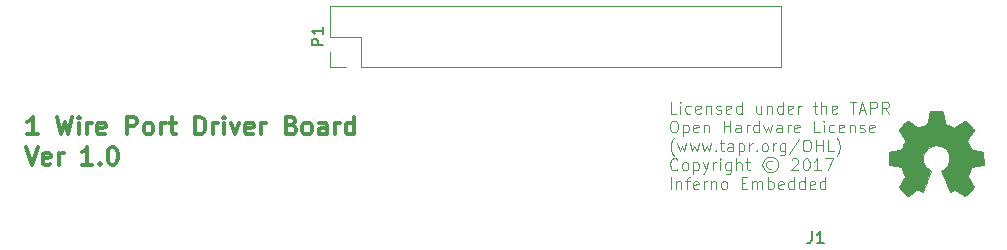
<source format=gto>
G04 #@! TF.FileFunction,Legend,Top*
%FSLAX46Y46*%
G04 Gerber Fmt 4.6, Leading zero omitted, Abs format (unit mm)*
G04 Created by KiCad (PCBNEW 4.0.6) date 06/24/17 11:43:18*
%MOMM*%
%LPD*%
G01*
G04 APERTURE LIST*
%ADD10C,0.100000*%
%ADD11C,0.300000*%
%ADD12C,0.002540*%
%ADD13C,0.120000*%
%ADD14C,0.150000*%
G04 APERTURE END LIST*
D10*
X185486586Y-87777981D02*
X185010395Y-87777981D01*
X185010395Y-86777981D01*
X185819919Y-87777981D02*
X185819919Y-87111314D01*
X185819919Y-86777981D02*
X185772300Y-86825600D01*
X185819919Y-86873219D01*
X185867538Y-86825600D01*
X185819919Y-86777981D01*
X185819919Y-86873219D01*
X186724681Y-87730362D02*
X186629443Y-87777981D01*
X186438966Y-87777981D01*
X186343728Y-87730362D01*
X186296109Y-87682743D01*
X186248490Y-87587505D01*
X186248490Y-87301790D01*
X186296109Y-87206552D01*
X186343728Y-87158933D01*
X186438966Y-87111314D01*
X186629443Y-87111314D01*
X186724681Y-87158933D01*
X187534205Y-87730362D02*
X187438967Y-87777981D01*
X187248490Y-87777981D01*
X187153252Y-87730362D01*
X187105633Y-87635124D01*
X187105633Y-87254171D01*
X187153252Y-87158933D01*
X187248490Y-87111314D01*
X187438967Y-87111314D01*
X187534205Y-87158933D01*
X187581824Y-87254171D01*
X187581824Y-87349410D01*
X187105633Y-87444648D01*
X188010395Y-87111314D02*
X188010395Y-87777981D01*
X188010395Y-87206552D02*
X188058014Y-87158933D01*
X188153252Y-87111314D01*
X188296110Y-87111314D01*
X188391348Y-87158933D01*
X188438967Y-87254171D01*
X188438967Y-87777981D01*
X188867538Y-87730362D02*
X188962776Y-87777981D01*
X189153252Y-87777981D01*
X189248491Y-87730362D01*
X189296110Y-87635124D01*
X189296110Y-87587505D01*
X189248491Y-87492267D01*
X189153252Y-87444648D01*
X189010395Y-87444648D01*
X188915157Y-87397029D01*
X188867538Y-87301790D01*
X188867538Y-87254171D01*
X188915157Y-87158933D01*
X189010395Y-87111314D01*
X189153252Y-87111314D01*
X189248491Y-87158933D01*
X190105634Y-87730362D02*
X190010396Y-87777981D01*
X189819919Y-87777981D01*
X189724681Y-87730362D01*
X189677062Y-87635124D01*
X189677062Y-87254171D01*
X189724681Y-87158933D01*
X189819919Y-87111314D01*
X190010396Y-87111314D01*
X190105634Y-87158933D01*
X190153253Y-87254171D01*
X190153253Y-87349410D01*
X189677062Y-87444648D01*
X191010396Y-87777981D02*
X191010396Y-86777981D01*
X191010396Y-87730362D02*
X190915158Y-87777981D01*
X190724681Y-87777981D01*
X190629443Y-87730362D01*
X190581824Y-87682743D01*
X190534205Y-87587505D01*
X190534205Y-87301790D01*
X190581824Y-87206552D01*
X190629443Y-87158933D01*
X190724681Y-87111314D01*
X190915158Y-87111314D01*
X191010396Y-87158933D01*
X192677063Y-87111314D02*
X192677063Y-87777981D01*
X192248491Y-87111314D02*
X192248491Y-87635124D01*
X192296110Y-87730362D01*
X192391348Y-87777981D01*
X192534206Y-87777981D01*
X192629444Y-87730362D01*
X192677063Y-87682743D01*
X193153253Y-87111314D02*
X193153253Y-87777981D01*
X193153253Y-87206552D02*
X193200872Y-87158933D01*
X193296110Y-87111314D01*
X193438968Y-87111314D01*
X193534206Y-87158933D01*
X193581825Y-87254171D01*
X193581825Y-87777981D01*
X194486587Y-87777981D02*
X194486587Y-86777981D01*
X194486587Y-87730362D02*
X194391349Y-87777981D01*
X194200872Y-87777981D01*
X194105634Y-87730362D01*
X194058015Y-87682743D01*
X194010396Y-87587505D01*
X194010396Y-87301790D01*
X194058015Y-87206552D01*
X194105634Y-87158933D01*
X194200872Y-87111314D01*
X194391349Y-87111314D01*
X194486587Y-87158933D01*
X195343730Y-87730362D02*
X195248492Y-87777981D01*
X195058015Y-87777981D01*
X194962777Y-87730362D01*
X194915158Y-87635124D01*
X194915158Y-87254171D01*
X194962777Y-87158933D01*
X195058015Y-87111314D01*
X195248492Y-87111314D01*
X195343730Y-87158933D01*
X195391349Y-87254171D01*
X195391349Y-87349410D01*
X194915158Y-87444648D01*
X195819920Y-87777981D02*
X195819920Y-87111314D01*
X195819920Y-87301790D02*
X195867539Y-87206552D01*
X195915158Y-87158933D01*
X196010396Y-87111314D01*
X196105635Y-87111314D01*
X197058016Y-87111314D02*
X197438968Y-87111314D01*
X197200873Y-86777981D02*
X197200873Y-87635124D01*
X197248492Y-87730362D01*
X197343730Y-87777981D01*
X197438968Y-87777981D01*
X197772302Y-87777981D02*
X197772302Y-86777981D01*
X198200874Y-87777981D02*
X198200874Y-87254171D01*
X198153255Y-87158933D01*
X198058017Y-87111314D01*
X197915159Y-87111314D01*
X197819921Y-87158933D01*
X197772302Y-87206552D01*
X199058017Y-87730362D02*
X198962779Y-87777981D01*
X198772302Y-87777981D01*
X198677064Y-87730362D01*
X198629445Y-87635124D01*
X198629445Y-87254171D01*
X198677064Y-87158933D01*
X198772302Y-87111314D01*
X198962779Y-87111314D01*
X199058017Y-87158933D01*
X199105636Y-87254171D01*
X199105636Y-87349410D01*
X198629445Y-87444648D01*
X200153255Y-86777981D02*
X200724684Y-86777981D01*
X200438969Y-87777981D02*
X200438969Y-86777981D01*
X201010398Y-87492267D02*
X201486589Y-87492267D01*
X200915160Y-87777981D02*
X201248493Y-86777981D01*
X201581827Y-87777981D01*
X201915160Y-87777981D02*
X201915160Y-86777981D01*
X202296113Y-86777981D01*
X202391351Y-86825600D01*
X202438970Y-86873219D01*
X202486589Y-86968457D01*
X202486589Y-87111314D01*
X202438970Y-87206552D01*
X202391351Y-87254171D01*
X202296113Y-87301790D01*
X201915160Y-87301790D01*
X203486589Y-87777981D02*
X203153255Y-87301790D01*
X202915160Y-87777981D02*
X202915160Y-86777981D01*
X203296113Y-86777981D01*
X203391351Y-86825600D01*
X203438970Y-86873219D01*
X203486589Y-86968457D01*
X203486589Y-87111314D01*
X203438970Y-87206552D01*
X203391351Y-87254171D01*
X203296113Y-87301790D01*
X202915160Y-87301790D01*
X185200871Y-88377981D02*
X185391348Y-88377981D01*
X185486586Y-88425600D01*
X185581824Y-88520838D01*
X185629443Y-88711314D01*
X185629443Y-89044648D01*
X185581824Y-89235124D01*
X185486586Y-89330362D01*
X185391348Y-89377981D01*
X185200871Y-89377981D01*
X185105633Y-89330362D01*
X185010395Y-89235124D01*
X184962776Y-89044648D01*
X184962776Y-88711314D01*
X185010395Y-88520838D01*
X185105633Y-88425600D01*
X185200871Y-88377981D01*
X186058014Y-88711314D02*
X186058014Y-89711314D01*
X186058014Y-88758933D02*
X186153252Y-88711314D01*
X186343729Y-88711314D01*
X186438967Y-88758933D01*
X186486586Y-88806552D01*
X186534205Y-88901790D01*
X186534205Y-89187505D01*
X186486586Y-89282743D01*
X186438967Y-89330362D01*
X186343729Y-89377981D01*
X186153252Y-89377981D01*
X186058014Y-89330362D01*
X187343729Y-89330362D02*
X187248491Y-89377981D01*
X187058014Y-89377981D01*
X186962776Y-89330362D01*
X186915157Y-89235124D01*
X186915157Y-88854171D01*
X186962776Y-88758933D01*
X187058014Y-88711314D01*
X187248491Y-88711314D01*
X187343729Y-88758933D01*
X187391348Y-88854171D01*
X187391348Y-88949410D01*
X186915157Y-89044648D01*
X187819919Y-88711314D02*
X187819919Y-89377981D01*
X187819919Y-88806552D02*
X187867538Y-88758933D01*
X187962776Y-88711314D01*
X188105634Y-88711314D01*
X188200872Y-88758933D01*
X188248491Y-88854171D01*
X188248491Y-89377981D01*
X189486586Y-89377981D02*
X189486586Y-88377981D01*
X189486586Y-88854171D02*
X190058015Y-88854171D01*
X190058015Y-89377981D02*
X190058015Y-88377981D01*
X190962777Y-89377981D02*
X190962777Y-88854171D01*
X190915158Y-88758933D01*
X190819920Y-88711314D01*
X190629443Y-88711314D01*
X190534205Y-88758933D01*
X190962777Y-89330362D02*
X190867539Y-89377981D01*
X190629443Y-89377981D01*
X190534205Y-89330362D01*
X190486586Y-89235124D01*
X190486586Y-89139886D01*
X190534205Y-89044648D01*
X190629443Y-88997029D01*
X190867539Y-88997029D01*
X190962777Y-88949410D01*
X191438967Y-89377981D02*
X191438967Y-88711314D01*
X191438967Y-88901790D02*
X191486586Y-88806552D01*
X191534205Y-88758933D01*
X191629443Y-88711314D01*
X191724682Y-88711314D01*
X192486587Y-89377981D02*
X192486587Y-88377981D01*
X192486587Y-89330362D02*
X192391349Y-89377981D01*
X192200872Y-89377981D01*
X192105634Y-89330362D01*
X192058015Y-89282743D01*
X192010396Y-89187505D01*
X192010396Y-88901790D01*
X192058015Y-88806552D01*
X192105634Y-88758933D01*
X192200872Y-88711314D01*
X192391349Y-88711314D01*
X192486587Y-88758933D01*
X192867539Y-88711314D02*
X193058015Y-89377981D01*
X193248492Y-88901790D01*
X193438968Y-89377981D01*
X193629444Y-88711314D01*
X194438968Y-89377981D02*
X194438968Y-88854171D01*
X194391349Y-88758933D01*
X194296111Y-88711314D01*
X194105634Y-88711314D01*
X194010396Y-88758933D01*
X194438968Y-89330362D02*
X194343730Y-89377981D01*
X194105634Y-89377981D01*
X194010396Y-89330362D01*
X193962777Y-89235124D01*
X193962777Y-89139886D01*
X194010396Y-89044648D01*
X194105634Y-88997029D01*
X194343730Y-88997029D01*
X194438968Y-88949410D01*
X194915158Y-89377981D02*
X194915158Y-88711314D01*
X194915158Y-88901790D02*
X194962777Y-88806552D01*
X195010396Y-88758933D01*
X195105634Y-88711314D01*
X195200873Y-88711314D01*
X195915159Y-89330362D02*
X195819921Y-89377981D01*
X195629444Y-89377981D01*
X195534206Y-89330362D01*
X195486587Y-89235124D01*
X195486587Y-88854171D01*
X195534206Y-88758933D01*
X195629444Y-88711314D01*
X195819921Y-88711314D01*
X195915159Y-88758933D01*
X195962778Y-88854171D01*
X195962778Y-88949410D01*
X195486587Y-89044648D01*
X197629445Y-89377981D02*
X197153254Y-89377981D01*
X197153254Y-88377981D01*
X197962778Y-89377981D02*
X197962778Y-88711314D01*
X197962778Y-88377981D02*
X197915159Y-88425600D01*
X197962778Y-88473219D01*
X198010397Y-88425600D01*
X197962778Y-88377981D01*
X197962778Y-88473219D01*
X198867540Y-89330362D02*
X198772302Y-89377981D01*
X198581825Y-89377981D01*
X198486587Y-89330362D01*
X198438968Y-89282743D01*
X198391349Y-89187505D01*
X198391349Y-88901790D01*
X198438968Y-88806552D01*
X198486587Y-88758933D01*
X198581825Y-88711314D01*
X198772302Y-88711314D01*
X198867540Y-88758933D01*
X199677064Y-89330362D02*
X199581826Y-89377981D01*
X199391349Y-89377981D01*
X199296111Y-89330362D01*
X199248492Y-89235124D01*
X199248492Y-88854171D01*
X199296111Y-88758933D01*
X199391349Y-88711314D01*
X199581826Y-88711314D01*
X199677064Y-88758933D01*
X199724683Y-88854171D01*
X199724683Y-88949410D01*
X199248492Y-89044648D01*
X200153254Y-88711314D02*
X200153254Y-89377981D01*
X200153254Y-88806552D02*
X200200873Y-88758933D01*
X200296111Y-88711314D01*
X200438969Y-88711314D01*
X200534207Y-88758933D01*
X200581826Y-88854171D01*
X200581826Y-89377981D01*
X201010397Y-89330362D02*
X201105635Y-89377981D01*
X201296111Y-89377981D01*
X201391350Y-89330362D01*
X201438969Y-89235124D01*
X201438969Y-89187505D01*
X201391350Y-89092267D01*
X201296111Y-89044648D01*
X201153254Y-89044648D01*
X201058016Y-88997029D01*
X201010397Y-88901790D01*
X201010397Y-88854171D01*
X201058016Y-88758933D01*
X201153254Y-88711314D01*
X201296111Y-88711314D01*
X201391350Y-88758933D01*
X202248493Y-89330362D02*
X202153255Y-89377981D01*
X201962778Y-89377981D01*
X201867540Y-89330362D01*
X201819921Y-89235124D01*
X201819921Y-88854171D01*
X201867540Y-88758933D01*
X201962778Y-88711314D01*
X202153255Y-88711314D01*
X202248493Y-88758933D01*
X202296112Y-88854171D01*
X202296112Y-88949410D01*
X201819921Y-89044648D01*
X185296110Y-91358933D02*
X185248490Y-91311314D01*
X185153252Y-91168457D01*
X185105633Y-91073219D01*
X185058014Y-90930362D01*
X185010395Y-90692267D01*
X185010395Y-90501790D01*
X185058014Y-90263695D01*
X185105633Y-90120838D01*
X185153252Y-90025600D01*
X185248490Y-89882743D01*
X185296110Y-89835124D01*
X185581824Y-90311314D02*
X185772300Y-90977981D01*
X185962777Y-90501790D01*
X186153253Y-90977981D01*
X186343729Y-90311314D01*
X186629443Y-90311314D02*
X186819919Y-90977981D01*
X187010396Y-90501790D01*
X187200872Y-90977981D01*
X187391348Y-90311314D01*
X187677062Y-90311314D02*
X187867538Y-90977981D01*
X188058015Y-90501790D01*
X188248491Y-90977981D01*
X188438967Y-90311314D01*
X188819919Y-90882743D02*
X188867538Y-90930362D01*
X188819919Y-90977981D01*
X188772300Y-90930362D01*
X188819919Y-90882743D01*
X188819919Y-90977981D01*
X189153252Y-90311314D02*
X189534204Y-90311314D01*
X189296109Y-89977981D02*
X189296109Y-90835124D01*
X189343728Y-90930362D01*
X189438966Y-90977981D01*
X189534204Y-90977981D01*
X190296110Y-90977981D02*
X190296110Y-90454171D01*
X190248491Y-90358933D01*
X190153253Y-90311314D01*
X189962776Y-90311314D01*
X189867538Y-90358933D01*
X190296110Y-90930362D02*
X190200872Y-90977981D01*
X189962776Y-90977981D01*
X189867538Y-90930362D01*
X189819919Y-90835124D01*
X189819919Y-90739886D01*
X189867538Y-90644648D01*
X189962776Y-90597029D01*
X190200872Y-90597029D01*
X190296110Y-90549410D01*
X190772300Y-90311314D02*
X190772300Y-91311314D01*
X190772300Y-90358933D02*
X190867538Y-90311314D01*
X191058015Y-90311314D01*
X191153253Y-90358933D01*
X191200872Y-90406552D01*
X191248491Y-90501790D01*
X191248491Y-90787505D01*
X191200872Y-90882743D01*
X191153253Y-90930362D01*
X191058015Y-90977981D01*
X190867538Y-90977981D01*
X190772300Y-90930362D01*
X191677062Y-90977981D02*
X191677062Y-90311314D01*
X191677062Y-90501790D02*
X191724681Y-90406552D01*
X191772300Y-90358933D01*
X191867538Y-90311314D01*
X191962777Y-90311314D01*
X192296110Y-90882743D02*
X192343729Y-90930362D01*
X192296110Y-90977981D01*
X192248491Y-90930362D01*
X192296110Y-90882743D01*
X192296110Y-90977981D01*
X192915157Y-90977981D02*
X192819919Y-90930362D01*
X192772300Y-90882743D01*
X192724681Y-90787505D01*
X192724681Y-90501790D01*
X192772300Y-90406552D01*
X192819919Y-90358933D01*
X192915157Y-90311314D01*
X193058015Y-90311314D01*
X193153253Y-90358933D01*
X193200872Y-90406552D01*
X193248491Y-90501790D01*
X193248491Y-90787505D01*
X193200872Y-90882743D01*
X193153253Y-90930362D01*
X193058015Y-90977981D01*
X192915157Y-90977981D01*
X193677062Y-90977981D02*
X193677062Y-90311314D01*
X193677062Y-90501790D02*
X193724681Y-90406552D01*
X193772300Y-90358933D01*
X193867538Y-90311314D01*
X193962777Y-90311314D01*
X194724682Y-90311314D02*
X194724682Y-91120838D01*
X194677063Y-91216076D01*
X194629444Y-91263695D01*
X194534205Y-91311314D01*
X194391348Y-91311314D01*
X194296110Y-91263695D01*
X194724682Y-90930362D02*
X194629444Y-90977981D01*
X194438967Y-90977981D01*
X194343729Y-90930362D01*
X194296110Y-90882743D01*
X194248491Y-90787505D01*
X194248491Y-90501790D01*
X194296110Y-90406552D01*
X194343729Y-90358933D01*
X194438967Y-90311314D01*
X194629444Y-90311314D01*
X194724682Y-90358933D01*
X195915158Y-89930362D02*
X195058015Y-91216076D01*
X196438967Y-89977981D02*
X196629444Y-89977981D01*
X196724682Y-90025600D01*
X196819920Y-90120838D01*
X196867539Y-90311314D01*
X196867539Y-90644648D01*
X196819920Y-90835124D01*
X196724682Y-90930362D01*
X196629444Y-90977981D01*
X196438967Y-90977981D01*
X196343729Y-90930362D01*
X196248491Y-90835124D01*
X196200872Y-90644648D01*
X196200872Y-90311314D01*
X196248491Y-90120838D01*
X196343729Y-90025600D01*
X196438967Y-89977981D01*
X197296110Y-90977981D02*
X197296110Y-89977981D01*
X197296110Y-90454171D02*
X197867539Y-90454171D01*
X197867539Y-90977981D02*
X197867539Y-89977981D01*
X198819920Y-90977981D02*
X198343729Y-90977981D01*
X198343729Y-89977981D01*
X199058015Y-91358933D02*
X199105634Y-91311314D01*
X199200872Y-91168457D01*
X199248491Y-91073219D01*
X199296110Y-90930362D01*
X199343729Y-90692267D01*
X199343729Y-90501790D01*
X199296110Y-90263695D01*
X199248491Y-90120838D01*
X199200872Y-90025600D01*
X199105634Y-89882743D01*
X199058015Y-89835124D01*
X185581824Y-92482743D02*
X185534205Y-92530362D01*
X185391348Y-92577981D01*
X185296110Y-92577981D01*
X185153252Y-92530362D01*
X185058014Y-92435124D01*
X185010395Y-92339886D01*
X184962776Y-92149410D01*
X184962776Y-92006552D01*
X185010395Y-91816076D01*
X185058014Y-91720838D01*
X185153252Y-91625600D01*
X185296110Y-91577981D01*
X185391348Y-91577981D01*
X185534205Y-91625600D01*
X185581824Y-91673219D01*
X186153252Y-92577981D02*
X186058014Y-92530362D01*
X186010395Y-92482743D01*
X185962776Y-92387505D01*
X185962776Y-92101790D01*
X186010395Y-92006552D01*
X186058014Y-91958933D01*
X186153252Y-91911314D01*
X186296110Y-91911314D01*
X186391348Y-91958933D01*
X186438967Y-92006552D01*
X186486586Y-92101790D01*
X186486586Y-92387505D01*
X186438967Y-92482743D01*
X186391348Y-92530362D01*
X186296110Y-92577981D01*
X186153252Y-92577981D01*
X186915157Y-91911314D02*
X186915157Y-92911314D01*
X186915157Y-91958933D02*
X187010395Y-91911314D01*
X187200872Y-91911314D01*
X187296110Y-91958933D01*
X187343729Y-92006552D01*
X187391348Y-92101790D01*
X187391348Y-92387505D01*
X187343729Y-92482743D01*
X187296110Y-92530362D01*
X187200872Y-92577981D01*
X187010395Y-92577981D01*
X186915157Y-92530362D01*
X187724681Y-91911314D02*
X187962776Y-92577981D01*
X188200872Y-91911314D02*
X187962776Y-92577981D01*
X187867538Y-92816076D01*
X187819919Y-92863695D01*
X187724681Y-92911314D01*
X188581824Y-92577981D02*
X188581824Y-91911314D01*
X188581824Y-92101790D02*
X188629443Y-92006552D01*
X188677062Y-91958933D01*
X188772300Y-91911314D01*
X188867539Y-91911314D01*
X189200872Y-92577981D02*
X189200872Y-91911314D01*
X189200872Y-91577981D02*
X189153253Y-91625600D01*
X189200872Y-91673219D01*
X189248491Y-91625600D01*
X189200872Y-91577981D01*
X189200872Y-91673219D01*
X190105634Y-91911314D02*
X190105634Y-92720838D01*
X190058015Y-92816076D01*
X190010396Y-92863695D01*
X189915157Y-92911314D01*
X189772300Y-92911314D01*
X189677062Y-92863695D01*
X190105634Y-92530362D02*
X190010396Y-92577981D01*
X189819919Y-92577981D01*
X189724681Y-92530362D01*
X189677062Y-92482743D01*
X189629443Y-92387505D01*
X189629443Y-92101790D01*
X189677062Y-92006552D01*
X189724681Y-91958933D01*
X189819919Y-91911314D01*
X190010396Y-91911314D01*
X190105634Y-91958933D01*
X190581824Y-92577981D02*
X190581824Y-91577981D01*
X191010396Y-92577981D02*
X191010396Y-92054171D01*
X190962777Y-91958933D01*
X190867539Y-91911314D01*
X190724681Y-91911314D01*
X190629443Y-91958933D01*
X190581824Y-92006552D01*
X191343729Y-91911314D02*
X191724681Y-91911314D01*
X191486586Y-91577981D02*
X191486586Y-92435124D01*
X191534205Y-92530362D01*
X191629443Y-92577981D01*
X191724681Y-92577981D01*
X193629444Y-91816076D02*
X193534206Y-91768457D01*
X193343730Y-91768457D01*
X193248492Y-91816076D01*
X193153254Y-91911314D01*
X193105635Y-92006552D01*
X193105635Y-92197029D01*
X193153254Y-92292267D01*
X193248492Y-92387505D01*
X193343730Y-92435124D01*
X193534206Y-92435124D01*
X193629444Y-92387505D01*
X193438968Y-91435124D02*
X193200873Y-91482743D01*
X192962777Y-91625600D01*
X192819920Y-91863695D01*
X192772301Y-92101790D01*
X192819920Y-92339886D01*
X192962777Y-92577981D01*
X193200873Y-92720838D01*
X193438968Y-92768457D01*
X193677063Y-92720838D01*
X193915158Y-92577981D01*
X194058015Y-92339886D01*
X194105635Y-92101790D01*
X194058015Y-91863695D01*
X193915158Y-91625600D01*
X193677063Y-91482743D01*
X193438968Y-91435124D01*
X195248492Y-91673219D02*
X195296111Y-91625600D01*
X195391349Y-91577981D01*
X195629445Y-91577981D01*
X195724683Y-91625600D01*
X195772302Y-91673219D01*
X195819921Y-91768457D01*
X195819921Y-91863695D01*
X195772302Y-92006552D01*
X195200873Y-92577981D01*
X195819921Y-92577981D01*
X196438968Y-91577981D02*
X196534207Y-91577981D01*
X196629445Y-91625600D01*
X196677064Y-91673219D01*
X196724683Y-91768457D01*
X196772302Y-91958933D01*
X196772302Y-92197029D01*
X196724683Y-92387505D01*
X196677064Y-92482743D01*
X196629445Y-92530362D01*
X196534207Y-92577981D01*
X196438968Y-92577981D01*
X196343730Y-92530362D01*
X196296111Y-92482743D01*
X196248492Y-92387505D01*
X196200873Y-92197029D01*
X196200873Y-91958933D01*
X196248492Y-91768457D01*
X196296111Y-91673219D01*
X196343730Y-91625600D01*
X196438968Y-91577981D01*
X197724683Y-92577981D02*
X197153254Y-92577981D01*
X197438968Y-92577981D02*
X197438968Y-91577981D01*
X197343730Y-91720838D01*
X197248492Y-91816076D01*
X197153254Y-91863695D01*
X198058016Y-91577981D02*
X198724683Y-91577981D01*
X198296111Y-92577981D01*
X185010395Y-94177981D02*
X185010395Y-93177981D01*
X185486585Y-93511314D02*
X185486585Y-94177981D01*
X185486585Y-93606552D02*
X185534204Y-93558933D01*
X185629442Y-93511314D01*
X185772300Y-93511314D01*
X185867538Y-93558933D01*
X185915157Y-93654171D01*
X185915157Y-94177981D01*
X186248490Y-93511314D02*
X186629442Y-93511314D01*
X186391347Y-94177981D02*
X186391347Y-93320838D01*
X186438966Y-93225600D01*
X186534204Y-93177981D01*
X186629442Y-93177981D01*
X187343729Y-94130362D02*
X187248491Y-94177981D01*
X187058014Y-94177981D01*
X186962776Y-94130362D01*
X186915157Y-94035124D01*
X186915157Y-93654171D01*
X186962776Y-93558933D01*
X187058014Y-93511314D01*
X187248491Y-93511314D01*
X187343729Y-93558933D01*
X187391348Y-93654171D01*
X187391348Y-93749410D01*
X186915157Y-93844648D01*
X187819919Y-94177981D02*
X187819919Y-93511314D01*
X187819919Y-93701790D02*
X187867538Y-93606552D01*
X187915157Y-93558933D01*
X188010395Y-93511314D01*
X188105634Y-93511314D01*
X188438967Y-93511314D02*
X188438967Y-94177981D01*
X188438967Y-93606552D02*
X188486586Y-93558933D01*
X188581824Y-93511314D01*
X188724682Y-93511314D01*
X188819920Y-93558933D01*
X188867539Y-93654171D01*
X188867539Y-94177981D01*
X189486586Y-94177981D02*
X189391348Y-94130362D01*
X189343729Y-94082743D01*
X189296110Y-93987505D01*
X189296110Y-93701790D01*
X189343729Y-93606552D01*
X189391348Y-93558933D01*
X189486586Y-93511314D01*
X189629444Y-93511314D01*
X189724682Y-93558933D01*
X189772301Y-93606552D01*
X189819920Y-93701790D01*
X189819920Y-93987505D01*
X189772301Y-94082743D01*
X189724682Y-94130362D01*
X189629444Y-94177981D01*
X189486586Y-94177981D01*
X191010396Y-93654171D02*
X191343730Y-93654171D01*
X191486587Y-94177981D02*
X191010396Y-94177981D01*
X191010396Y-93177981D01*
X191486587Y-93177981D01*
X191915158Y-94177981D02*
X191915158Y-93511314D01*
X191915158Y-93606552D02*
X191962777Y-93558933D01*
X192058015Y-93511314D01*
X192200873Y-93511314D01*
X192296111Y-93558933D01*
X192343730Y-93654171D01*
X192343730Y-94177981D01*
X192343730Y-93654171D02*
X192391349Y-93558933D01*
X192486587Y-93511314D01*
X192629444Y-93511314D01*
X192724682Y-93558933D01*
X192772301Y-93654171D01*
X192772301Y-94177981D01*
X193248491Y-94177981D02*
X193248491Y-93177981D01*
X193248491Y-93558933D02*
X193343729Y-93511314D01*
X193534206Y-93511314D01*
X193629444Y-93558933D01*
X193677063Y-93606552D01*
X193724682Y-93701790D01*
X193724682Y-93987505D01*
X193677063Y-94082743D01*
X193629444Y-94130362D01*
X193534206Y-94177981D01*
X193343729Y-94177981D01*
X193248491Y-94130362D01*
X194534206Y-94130362D02*
X194438968Y-94177981D01*
X194248491Y-94177981D01*
X194153253Y-94130362D01*
X194105634Y-94035124D01*
X194105634Y-93654171D01*
X194153253Y-93558933D01*
X194248491Y-93511314D01*
X194438968Y-93511314D01*
X194534206Y-93558933D01*
X194581825Y-93654171D01*
X194581825Y-93749410D01*
X194105634Y-93844648D01*
X195438968Y-94177981D02*
X195438968Y-93177981D01*
X195438968Y-94130362D02*
X195343730Y-94177981D01*
X195153253Y-94177981D01*
X195058015Y-94130362D01*
X195010396Y-94082743D01*
X194962777Y-93987505D01*
X194962777Y-93701790D01*
X195010396Y-93606552D01*
X195058015Y-93558933D01*
X195153253Y-93511314D01*
X195343730Y-93511314D01*
X195438968Y-93558933D01*
X196343730Y-94177981D02*
X196343730Y-93177981D01*
X196343730Y-94130362D02*
X196248492Y-94177981D01*
X196058015Y-94177981D01*
X195962777Y-94130362D01*
X195915158Y-94082743D01*
X195867539Y-93987505D01*
X195867539Y-93701790D01*
X195915158Y-93606552D01*
X195962777Y-93558933D01*
X196058015Y-93511314D01*
X196248492Y-93511314D01*
X196343730Y-93558933D01*
X197200873Y-94130362D02*
X197105635Y-94177981D01*
X196915158Y-94177981D01*
X196819920Y-94130362D01*
X196772301Y-94035124D01*
X196772301Y-93654171D01*
X196819920Y-93558933D01*
X196915158Y-93511314D01*
X197105635Y-93511314D01*
X197200873Y-93558933D01*
X197248492Y-93654171D01*
X197248492Y-93749410D01*
X196772301Y-93844648D01*
X198105635Y-94177981D02*
X198105635Y-93177981D01*
X198105635Y-94130362D02*
X198010397Y-94177981D01*
X197819920Y-94177981D01*
X197724682Y-94130362D01*
X197677063Y-94082743D01*
X197629444Y-93987505D01*
X197629444Y-93701790D01*
X197677063Y-93606552D01*
X197724682Y-93558933D01*
X197819920Y-93511314D01*
X198010397Y-93511314D01*
X198105635Y-93558933D01*
D11*
X131406757Y-89548171D02*
X130549614Y-89548171D01*
X130978186Y-89548171D02*
X130978186Y-88048171D01*
X130835329Y-88262457D01*
X130692471Y-88405314D01*
X130549614Y-88476743D01*
X133049614Y-88048171D02*
X133406757Y-89548171D01*
X133692471Y-88476743D01*
X133978185Y-89548171D01*
X134335328Y-88048171D01*
X134906757Y-89548171D02*
X134906757Y-88548171D01*
X134906757Y-88048171D02*
X134835328Y-88119600D01*
X134906757Y-88191029D01*
X134978185Y-88119600D01*
X134906757Y-88048171D01*
X134906757Y-88191029D01*
X135621043Y-89548171D02*
X135621043Y-88548171D01*
X135621043Y-88833886D02*
X135692471Y-88691029D01*
X135763900Y-88619600D01*
X135906757Y-88548171D01*
X136049614Y-88548171D01*
X137121042Y-89476743D02*
X136978185Y-89548171D01*
X136692471Y-89548171D01*
X136549614Y-89476743D01*
X136478185Y-89333886D01*
X136478185Y-88762457D01*
X136549614Y-88619600D01*
X136692471Y-88548171D01*
X136978185Y-88548171D01*
X137121042Y-88619600D01*
X137192471Y-88762457D01*
X137192471Y-88905314D01*
X136478185Y-89048171D01*
X138978185Y-89548171D02*
X138978185Y-88048171D01*
X139549613Y-88048171D01*
X139692471Y-88119600D01*
X139763899Y-88191029D01*
X139835328Y-88333886D01*
X139835328Y-88548171D01*
X139763899Y-88691029D01*
X139692471Y-88762457D01*
X139549613Y-88833886D01*
X138978185Y-88833886D01*
X140692471Y-89548171D02*
X140549613Y-89476743D01*
X140478185Y-89405314D01*
X140406756Y-89262457D01*
X140406756Y-88833886D01*
X140478185Y-88691029D01*
X140549613Y-88619600D01*
X140692471Y-88548171D01*
X140906756Y-88548171D01*
X141049613Y-88619600D01*
X141121042Y-88691029D01*
X141192471Y-88833886D01*
X141192471Y-89262457D01*
X141121042Y-89405314D01*
X141049613Y-89476743D01*
X140906756Y-89548171D01*
X140692471Y-89548171D01*
X141835328Y-89548171D02*
X141835328Y-88548171D01*
X141835328Y-88833886D02*
X141906756Y-88691029D01*
X141978185Y-88619600D01*
X142121042Y-88548171D01*
X142263899Y-88548171D01*
X142549613Y-88548171D02*
X143121042Y-88548171D01*
X142763899Y-88048171D02*
X142763899Y-89333886D01*
X142835327Y-89476743D01*
X142978185Y-89548171D01*
X143121042Y-89548171D01*
X144763899Y-89548171D02*
X144763899Y-88048171D01*
X145121042Y-88048171D01*
X145335327Y-88119600D01*
X145478185Y-88262457D01*
X145549613Y-88405314D01*
X145621042Y-88691029D01*
X145621042Y-88905314D01*
X145549613Y-89191029D01*
X145478185Y-89333886D01*
X145335327Y-89476743D01*
X145121042Y-89548171D01*
X144763899Y-89548171D01*
X146263899Y-89548171D02*
X146263899Y-88548171D01*
X146263899Y-88833886D02*
X146335327Y-88691029D01*
X146406756Y-88619600D01*
X146549613Y-88548171D01*
X146692470Y-88548171D01*
X147192470Y-89548171D02*
X147192470Y-88548171D01*
X147192470Y-88048171D02*
X147121041Y-88119600D01*
X147192470Y-88191029D01*
X147263898Y-88119600D01*
X147192470Y-88048171D01*
X147192470Y-88191029D01*
X147763899Y-88548171D02*
X148121042Y-89548171D01*
X148478184Y-88548171D01*
X149621041Y-89476743D02*
X149478184Y-89548171D01*
X149192470Y-89548171D01*
X149049613Y-89476743D01*
X148978184Y-89333886D01*
X148978184Y-88762457D01*
X149049613Y-88619600D01*
X149192470Y-88548171D01*
X149478184Y-88548171D01*
X149621041Y-88619600D01*
X149692470Y-88762457D01*
X149692470Y-88905314D01*
X148978184Y-89048171D01*
X150335327Y-89548171D02*
X150335327Y-88548171D01*
X150335327Y-88833886D02*
X150406755Y-88691029D01*
X150478184Y-88619600D01*
X150621041Y-88548171D01*
X150763898Y-88548171D01*
X152906755Y-88762457D02*
X153121041Y-88833886D01*
X153192469Y-88905314D01*
X153263898Y-89048171D01*
X153263898Y-89262457D01*
X153192469Y-89405314D01*
X153121041Y-89476743D01*
X152978183Y-89548171D01*
X152406755Y-89548171D01*
X152406755Y-88048171D01*
X152906755Y-88048171D01*
X153049612Y-88119600D01*
X153121041Y-88191029D01*
X153192469Y-88333886D01*
X153192469Y-88476743D01*
X153121041Y-88619600D01*
X153049612Y-88691029D01*
X152906755Y-88762457D01*
X152406755Y-88762457D01*
X154121041Y-89548171D02*
X153978183Y-89476743D01*
X153906755Y-89405314D01*
X153835326Y-89262457D01*
X153835326Y-88833886D01*
X153906755Y-88691029D01*
X153978183Y-88619600D01*
X154121041Y-88548171D01*
X154335326Y-88548171D01*
X154478183Y-88619600D01*
X154549612Y-88691029D01*
X154621041Y-88833886D01*
X154621041Y-89262457D01*
X154549612Y-89405314D01*
X154478183Y-89476743D01*
X154335326Y-89548171D01*
X154121041Y-89548171D01*
X155906755Y-89548171D02*
X155906755Y-88762457D01*
X155835326Y-88619600D01*
X155692469Y-88548171D01*
X155406755Y-88548171D01*
X155263898Y-88619600D01*
X155906755Y-89476743D02*
X155763898Y-89548171D01*
X155406755Y-89548171D01*
X155263898Y-89476743D01*
X155192469Y-89333886D01*
X155192469Y-89191029D01*
X155263898Y-89048171D01*
X155406755Y-88976743D01*
X155763898Y-88976743D01*
X155906755Y-88905314D01*
X156621041Y-89548171D02*
X156621041Y-88548171D01*
X156621041Y-88833886D02*
X156692469Y-88691029D01*
X156763898Y-88619600D01*
X156906755Y-88548171D01*
X157049612Y-88548171D01*
X158192469Y-89548171D02*
X158192469Y-88048171D01*
X158192469Y-89476743D02*
X158049612Y-89548171D01*
X157763898Y-89548171D01*
X157621040Y-89476743D01*
X157549612Y-89405314D01*
X157478183Y-89262457D01*
X157478183Y-88833886D01*
X157549612Y-88691029D01*
X157621040Y-88619600D01*
X157763898Y-88548171D01*
X158049612Y-88548171D01*
X158192469Y-88619600D01*
X130406757Y-90598171D02*
X130906757Y-92098171D01*
X131406757Y-90598171D01*
X132478185Y-92026743D02*
X132335328Y-92098171D01*
X132049614Y-92098171D01*
X131906757Y-92026743D01*
X131835328Y-91883886D01*
X131835328Y-91312457D01*
X131906757Y-91169600D01*
X132049614Y-91098171D01*
X132335328Y-91098171D01*
X132478185Y-91169600D01*
X132549614Y-91312457D01*
X132549614Y-91455314D01*
X131835328Y-91598171D01*
X133192471Y-92098171D02*
X133192471Y-91098171D01*
X133192471Y-91383886D02*
X133263899Y-91241029D01*
X133335328Y-91169600D01*
X133478185Y-91098171D01*
X133621042Y-91098171D01*
X136049613Y-92098171D02*
X135192470Y-92098171D01*
X135621042Y-92098171D02*
X135621042Y-90598171D01*
X135478185Y-90812457D01*
X135335327Y-90955314D01*
X135192470Y-91026743D01*
X136692470Y-91955314D02*
X136763898Y-92026743D01*
X136692470Y-92098171D01*
X136621041Y-92026743D01*
X136692470Y-91955314D01*
X136692470Y-92098171D01*
X137692470Y-90598171D02*
X137835327Y-90598171D01*
X137978184Y-90669600D01*
X138049613Y-90741029D01*
X138121042Y-90883886D01*
X138192470Y-91169600D01*
X138192470Y-91526743D01*
X138121042Y-91812457D01*
X138049613Y-91955314D01*
X137978184Y-92026743D01*
X137835327Y-92098171D01*
X137692470Y-92098171D01*
X137549613Y-92026743D01*
X137478184Y-91955314D01*
X137406756Y-91812457D01*
X137335327Y-91526743D01*
X137335327Y-91169600D01*
X137406756Y-90883886D01*
X137478184Y-90741029D01*
X137549613Y-90669600D01*
X137692470Y-90598171D01*
D12*
G36*
X209928460Y-94764860D02*
X209887820Y-94744540D01*
X209793840Y-94686120D01*
X209659220Y-94597220D01*
X209501740Y-94493080D01*
X209344260Y-94383860D01*
X209214720Y-94297500D01*
X209123280Y-94239080D01*
X209085180Y-94218760D01*
X209064860Y-94223840D01*
X208988660Y-94261940D01*
X208879440Y-94317820D01*
X208815940Y-94350840D01*
X208716880Y-94394020D01*
X208666080Y-94404180D01*
X208658460Y-94388940D01*
X208620360Y-94312740D01*
X208564480Y-94180660D01*
X208488280Y-94007940D01*
X208401920Y-93804740D01*
X208307940Y-93586300D01*
X208216500Y-93362780D01*
X208127600Y-93149420D01*
X208048860Y-92958920D01*
X207985360Y-92803980D01*
X207944720Y-92694760D01*
X207929480Y-92649040D01*
X207934560Y-92638880D01*
X207985360Y-92590620D01*
X208071720Y-92524580D01*
X208262220Y-92369640D01*
X208447640Y-92135960D01*
X208561940Y-91871800D01*
X208600040Y-91577160D01*
X208567020Y-91305380D01*
X208460340Y-91043760D01*
X208277460Y-90807540D01*
X208056480Y-90632280D01*
X207797400Y-90520520D01*
X207505300Y-90484960D01*
X207225900Y-90515440D01*
X206959200Y-90622120D01*
X206722980Y-90802460D01*
X206623920Y-90916760D01*
X206486760Y-91155520D01*
X206408020Y-91412060D01*
X206400400Y-91475560D01*
X206410560Y-91757500D01*
X206494380Y-92026740D01*
X206641700Y-92268040D01*
X206847440Y-92463620D01*
X206875380Y-92483940D01*
X206969360Y-92555060D01*
X207032860Y-92603320D01*
X207083660Y-92643960D01*
X206725520Y-93505020D01*
X206669640Y-93642180D01*
X206570580Y-93878400D01*
X206484220Y-94081600D01*
X206415640Y-94241620D01*
X206367380Y-94350840D01*
X206347060Y-94394020D01*
X206344520Y-94396560D01*
X206314040Y-94401640D01*
X206248000Y-94376240D01*
X206128620Y-94317820D01*
X206047340Y-94277180D01*
X205955900Y-94234000D01*
X205915260Y-94218760D01*
X205879700Y-94236540D01*
X205793340Y-94294960D01*
X205663800Y-94378780D01*
X205511400Y-94482920D01*
X205364080Y-94584520D01*
X205229460Y-94673420D01*
X205130400Y-94734380D01*
X205082140Y-94762320D01*
X205074520Y-94762320D01*
X205033880Y-94736920D01*
X204955140Y-94673420D01*
X204838300Y-94561660D01*
X204673200Y-94399100D01*
X204647800Y-94373700D01*
X204510640Y-94234000D01*
X204398880Y-94117160D01*
X204325220Y-94035880D01*
X204299820Y-93997780D01*
X204299820Y-93997780D01*
X204322680Y-93949520D01*
X204386180Y-93853000D01*
X204475080Y-93715840D01*
X204584300Y-93555820D01*
X204868780Y-93141800D01*
X204711300Y-92750640D01*
X204663040Y-92631260D01*
X204602080Y-92486480D01*
X204558900Y-92382340D01*
X204533500Y-92336620D01*
X204492860Y-92321380D01*
X204383640Y-92295980D01*
X204228700Y-92262960D01*
X204045820Y-92229940D01*
X203868020Y-92196920D01*
X203708000Y-92166440D01*
X203593700Y-92143580D01*
X203542900Y-92133420D01*
X203530200Y-92125800D01*
X203520040Y-92100400D01*
X203512420Y-92047060D01*
X203509880Y-91950540D01*
X203507340Y-91798140D01*
X203507340Y-91577160D01*
X203507340Y-91554300D01*
X203509880Y-91343480D01*
X203512420Y-91175840D01*
X203517500Y-91066620D01*
X203525120Y-91023440D01*
X203525120Y-91023440D01*
X203575920Y-91010740D01*
X203687680Y-90987880D01*
X203847700Y-90954860D01*
X204038200Y-90919300D01*
X204048360Y-90916760D01*
X204238860Y-90881200D01*
X204396340Y-90848180D01*
X204508100Y-90822780D01*
X204553820Y-90807540D01*
X204563980Y-90794840D01*
X204602080Y-90721180D01*
X204657960Y-90604340D01*
X204718920Y-90459560D01*
X204782420Y-90312240D01*
X204835760Y-90177620D01*
X204871320Y-90078560D01*
X204881480Y-90032840D01*
X204881480Y-90032840D01*
X204853540Y-89987120D01*
X204787500Y-89888060D01*
X204696060Y-89753440D01*
X204584300Y-89590880D01*
X204576680Y-89578180D01*
X204467460Y-89418160D01*
X204378560Y-89283540D01*
X204320140Y-89187020D01*
X204299820Y-89143840D01*
X204299820Y-89141300D01*
X204335380Y-89093040D01*
X204416660Y-89004140D01*
X204533500Y-88882220D01*
X204673200Y-88739980D01*
X204718920Y-88696800D01*
X204873860Y-88544400D01*
X204980540Y-88445340D01*
X205049120Y-88392000D01*
X205082140Y-88379300D01*
X205082140Y-88381840D01*
X205130400Y-88409780D01*
X205232000Y-88475820D01*
X205369160Y-88569800D01*
X205531720Y-88679020D01*
X205541880Y-88686640D01*
X205701900Y-88795860D01*
X205833980Y-88884760D01*
X205930500Y-88948260D01*
X205971140Y-88973660D01*
X205978760Y-88973660D01*
X206042260Y-88953340D01*
X206156560Y-88915240D01*
X206296260Y-88859360D01*
X206443580Y-88800940D01*
X206578200Y-88745060D01*
X206679800Y-88696800D01*
X206728060Y-88671400D01*
X206728060Y-88668860D01*
X206745840Y-88610440D01*
X206773780Y-88491060D01*
X206806800Y-88325960D01*
X206844900Y-88130380D01*
X206849980Y-88099900D01*
X206885540Y-87909400D01*
X206916020Y-87751920D01*
X206938880Y-87642700D01*
X206951580Y-87596980D01*
X206976980Y-87591900D01*
X207070960Y-87584280D01*
X207213200Y-87581740D01*
X207385920Y-87579200D01*
X207566260Y-87581740D01*
X207741520Y-87584280D01*
X207893920Y-87589360D01*
X208000600Y-87596980D01*
X208046320Y-87607140D01*
X208048860Y-87609680D01*
X208064100Y-87668100D01*
X208089500Y-87787480D01*
X208125060Y-87952580D01*
X208163160Y-88150700D01*
X208168240Y-88183720D01*
X208203800Y-88374220D01*
X208236820Y-88529160D01*
X208259680Y-88638380D01*
X208272380Y-88679020D01*
X208287620Y-88689180D01*
X208366360Y-88722200D01*
X208493360Y-88775540D01*
X208653380Y-88839040D01*
X209019140Y-88988900D01*
X209466180Y-88679020D01*
X209509360Y-88651080D01*
X209669380Y-88541860D01*
X209804000Y-88452960D01*
X209895440Y-88394540D01*
X209933540Y-88371680D01*
X209936080Y-88374220D01*
X209981800Y-88412320D01*
X210070700Y-88496140D01*
X210192620Y-88615520D01*
X210332320Y-88755220D01*
X210436460Y-88859360D01*
X210560920Y-88986360D01*
X210639660Y-89070180D01*
X210682840Y-89126060D01*
X210698080Y-89159080D01*
X210693000Y-89179400D01*
X210665060Y-89225120D01*
X210599020Y-89324180D01*
X210507580Y-89461340D01*
X210398360Y-89618820D01*
X210306920Y-89753440D01*
X210210400Y-89903300D01*
X210146900Y-90009980D01*
X210124040Y-90063320D01*
X210129120Y-90086180D01*
X210162140Y-90172540D01*
X210215480Y-90307160D01*
X210281520Y-90464640D01*
X210439000Y-90820240D01*
X210672680Y-90863420D01*
X210812380Y-90891360D01*
X211010500Y-90929460D01*
X211198460Y-90965020D01*
X211493100Y-91023440D01*
X211503260Y-92105480D01*
X211457540Y-92125800D01*
X211414360Y-92138500D01*
X211305140Y-92161360D01*
X211150200Y-92191840D01*
X210964780Y-92227400D01*
X210809840Y-92257880D01*
X210649820Y-92285820D01*
X210538060Y-92308680D01*
X210487260Y-92318840D01*
X210474560Y-92336620D01*
X210433920Y-92412820D01*
X210378040Y-92534740D01*
X210317080Y-92682060D01*
X210253580Y-92831920D01*
X210197700Y-92971620D01*
X210157060Y-93078300D01*
X210144360Y-93134180D01*
X210164680Y-93177360D01*
X210225640Y-93268800D01*
X210312000Y-93400880D01*
X210418680Y-93558360D01*
X210527900Y-93715840D01*
X210616800Y-93850460D01*
X210680300Y-93946980D01*
X210705700Y-93990160D01*
X210693000Y-94020640D01*
X210632040Y-94096840D01*
X210512660Y-94218760D01*
X210337400Y-94394020D01*
X210306920Y-94421960D01*
X210167220Y-94556580D01*
X210047840Y-94665800D01*
X209966560Y-94739460D01*
X209928460Y-94764860D01*
X209928460Y-94764860D01*
G37*
X209928460Y-94764860D02*
X209887820Y-94744540D01*
X209793840Y-94686120D01*
X209659220Y-94597220D01*
X209501740Y-94493080D01*
X209344260Y-94383860D01*
X209214720Y-94297500D01*
X209123280Y-94239080D01*
X209085180Y-94218760D01*
X209064860Y-94223840D01*
X208988660Y-94261940D01*
X208879440Y-94317820D01*
X208815940Y-94350840D01*
X208716880Y-94394020D01*
X208666080Y-94404180D01*
X208658460Y-94388940D01*
X208620360Y-94312740D01*
X208564480Y-94180660D01*
X208488280Y-94007940D01*
X208401920Y-93804740D01*
X208307940Y-93586300D01*
X208216500Y-93362780D01*
X208127600Y-93149420D01*
X208048860Y-92958920D01*
X207985360Y-92803980D01*
X207944720Y-92694760D01*
X207929480Y-92649040D01*
X207934560Y-92638880D01*
X207985360Y-92590620D01*
X208071720Y-92524580D01*
X208262220Y-92369640D01*
X208447640Y-92135960D01*
X208561940Y-91871800D01*
X208600040Y-91577160D01*
X208567020Y-91305380D01*
X208460340Y-91043760D01*
X208277460Y-90807540D01*
X208056480Y-90632280D01*
X207797400Y-90520520D01*
X207505300Y-90484960D01*
X207225900Y-90515440D01*
X206959200Y-90622120D01*
X206722980Y-90802460D01*
X206623920Y-90916760D01*
X206486760Y-91155520D01*
X206408020Y-91412060D01*
X206400400Y-91475560D01*
X206410560Y-91757500D01*
X206494380Y-92026740D01*
X206641700Y-92268040D01*
X206847440Y-92463620D01*
X206875380Y-92483940D01*
X206969360Y-92555060D01*
X207032860Y-92603320D01*
X207083660Y-92643960D01*
X206725520Y-93505020D01*
X206669640Y-93642180D01*
X206570580Y-93878400D01*
X206484220Y-94081600D01*
X206415640Y-94241620D01*
X206367380Y-94350840D01*
X206347060Y-94394020D01*
X206344520Y-94396560D01*
X206314040Y-94401640D01*
X206248000Y-94376240D01*
X206128620Y-94317820D01*
X206047340Y-94277180D01*
X205955900Y-94234000D01*
X205915260Y-94218760D01*
X205879700Y-94236540D01*
X205793340Y-94294960D01*
X205663800Y-94378780D01*
X205511400Y-94482920D01*
X205364080Y-94584520D01*
X205229460Y-94673420D01*
X205130400Y-94734380D01*
X205082140Y-94762320D01*
X205074520Y-94762320D01*
X205033880Y-94736920D01*
X204955140Y-94673420D01*
X204838300Y-94561660D01*
X204673200Y-94399100D01*
X204647800Y-94373700D01*
X204510640Y-94234000D01*
X204398880Y-94117160D01*
X204325220Y-94035880D01*
X204299820Y-93997780D01*
X204299820Y-93997780D01*
X204322680Y-93949520D01*
X204386180Y-93853000D01*
X204475080Y-93715840D01*
X204584300Y-93555820D01*
X204868780Y-93141800D01*
X204711300Y-92750640D01*
X204663040Y-92631260D01*
X204602080Y-92486480D01*
X204558900Y-92382340D01*
X204533500Y-92336620D01*
X204492860Y-92321380D01*
X204383640Y-92295980D01*
X204228700Y-92262960D01*
X204045820Y-92229940D01*
X203868020Y-92196920D01*
X203708000Y-92166440D01*
X203593700Y-92143580D01*
X203542900Y-92133420D01*
X203530200Y-92125800D01*
X203520040Y-92100400D01*
X203512420Y-92047060D01*
X203509880Y-91950540D01*
X203507340Y-91798140D01*
X203507340Y-91577160D01*
X203507340Y-91554300D01*
X203509880Y-91343480D01*
X203512420Y-91175840D01*
X203517500Y-91066620D01*
X203525120Y-91023440D01*
X203525120Y-91023440D01*
X203575920Y-91010740D01*
X203687680Y-90987880D01*
X203847700Y-90954860D01*
X204038200Y-90919300D01*
X204048360Y-90916760D01*
X204238860Y-90881200D01*
X204396340Y-90848180D01*
X204508100Y-90822780D01*
X204553820Y-90807540D01*
X204563980Y-90794840D01*
X204602080Y-90721180D01*
X204657960Y-90604340D01*
X204718920Y-90459560D01*
X204782420Y-90312240D01*
X204835760Y-90177620D01*
X204871320Y-90078560D01*
X204881480Y-90032840D01*
X204881480Y-90032840D01*
X204853540Y-89987120D01*
X204787500Y-89888060D01*
X204696060Y-89753440D01*
X204584300Y-89590880D01*
X204576680Y-89578180D01*
X204467460Y-89418160D01*
X204378560Y-89283540D01*
X204320140Y-89187020D01*
X204299820Y-89143840D01*
X204299820Y-89141300D01*
X204335380Y-89093040D01*
X204416660Y-89004140D01*
X204533500Y-88882220D01*
X204673200Y-88739980D01*
X204718920Y-88696800D01*
X204873860Y-88544400D01*
X204980540Y-88445340D01*
X205049120Y-88392000D01*
X205082140Y-88379300D01*
X205082140Y-88381840D01*
X205130400Y-88409780D01*
X205232000Y-88475820D01*
X205369160Y-88569800D01*
X205531720Y-88679020D01*
X205541880Y-88686640D01*
X205701900Y-88795860D01*
X205833980Y-88884760D01*
X205930500Y-88948260D01*
X205971140Y-88973660D01*
X205978760Y-88973660D01*
X206042260Y-88953340D01*
X206156560Y-88915240D01*
X206296260Y-88859360D01*
X206443580Y-88800940D01*
X206578200Y-88745060D01*
X206679800Y-88696800D01*
X206728060Y-88671400D01*
X206728060Y-88668860D01*
X206745840Y-88610440D01*
X206773780Y-88491060D01*
X206806800Y-88325960D01*
X206844900Y-88130380D01*
X206849980Y-88099900D01*
X206885540Y-87909400D01*
X206916020Y-87751920D01*
X206938880Y-87642700D01*
X206951580Y-87596980D01*
X206976980Y-87591900D01*
X207070960Y-87584280D01*
X207213200Y-87581740D01*
X207385920Y-87579200D01*
X207566260Y-87581740D01*
X207741520Y-87584280D01*
X207893920Y-87589360D01*
X208000600Y-87596980D01*
X208046320Y-87607140D01*
X208048860Y-87609680D01*
X208064100Y-87668100D01*
X208089500Y-87787480D01*
X208125060Y-87952580D01*
X208163160Y-88150700D01*
X208168240Y-88183720D01*
X208203800Y-88374220D01*
X208236820Y-88529160D01*
X208259680Y-88638380D01*
X208272380Y-88679020D01*
X208287620Y-88689180D01*
X208366360Y-88722200D01*
X208493360Y-88775540D01*
X208653380Y-88839040D01*
X209019140Y-88988900D01*
X209466180Y-88679020D01*
X209509360Y-88651080D01*
X209669380Y-88541860D01*
X209804000Y-88452960D01*
X209895440Y-88394540D01*
X209933540Y-88371680D01*
X209936080Y-88374220D01*
X209981800Y-88412320D01*
X210070700Y-88496140D01*
X210192620Y-88615520D01*
X210332320Y-88755220D01*
X210436460Y-88859360D01*
X210560920Y-88986360D01*
X210639660Y-89070180D01*
X210682840Y-89126060D01*
X210698080Y-89159080D01*
X210693000Y-89179400D01*
X210665060Y-89225120D01*
X210599020Y-89324180D01*
X210507580Y-89461340D01*
X210398360Y-89618820D01*
X210306920Y-89753440D01*
X210210400Y-89903300D01*
X210146900Y-90009980D01*
X210124040Y-90063320D01*
X210129120Y-90086180D01*
X210162140Y-90172540D01*
X210215480Y-90307160D01*
X210281520Y-90464640D01*
X210439000Y-90820240D01*
X210672680Y-90863420D01*
X210812380Y-90891360D01*
X211010500Y-90929460D01*
X211198460Y-90965020D01*
X211493100Y-91023440D01*
X211503260Y-92105480D01*
X211457540Y-92125800D01*
X211414360Y-92138500D01*
X211305140Y-92161360D01*
X211150200Y-92191840D01*
X210964780Y-92227400D01*
X210809840Y-92257880D01*
X210649820Y-92285820D01*
X210538060Y-92308680D01*
X210487260Y-92318840D01*
X210474560Y-92336620D01*
X210433920Y-92412820D01*
X210378040Y-92534740D01*
X210317080Y-92682060D01*
X210253580Y-92831920D01*
X210197700Y-92971620D01*
X210157060Y-93078300D01*
X210144360Y-93134180D01*
X210164680Y-93177360D01*
X210225640Y-93268800D01*
X210312000Y-93400880D01*
X210418680Y-93558360D01*
X210527900Y-93715840D01*
X210616800Y-93850460D01*
X210680300Y-93946980D01*
X210705700Y-93990160D01*
X210693000Y-94020640D01*
X210632040Y-94096840D01*
X210512660Y-94218760D01*
X210337400Y-94394020D01*
X210306920Y-94421960D01*
X210167220Y-94556580D01*
X210047840Y-94665800D01*
X209966560Y-94739460D01*
X209928460Y-94764860D01*
D13*
X158750000Y-83880000D02*
X194370000Y-83880000D01*
X194370000Y-83880000D02*
X194370000Y-78680000D01*
X194370000Y-78680000D02*
X156150000Y-78680000D01*
X156150000Y-78680000D02*
X156150000Y-81280000D01*
X156150000Y-81280000D02*
X158750000Y-81280000D01*
X158750000Y-81280000D02*
X158750000Y-83880000D01*
X157480000Y-83880000D02*
X156150000Y-83880000D01*
X156150000Y-83880000D02*
X156150000Y-82550000D01*
D14*
X196971667Y-97752381D02*
X196971667Y-98466667D01*
X196924047Y-98609524D01*
X196828809Y-98704762D01*
X196685952Y-98752381D01*
X196590714Y-98752381D01*
X197971667Y-98752381D02*
X197400238Y-98752381D01*
X197685952Y-98752381D02*
X197685952Y-97752381D01*
X197590714Y-97895238D01*
X197495476Y-97990476D01*
X197400238Y-98038095D01*
X155602381Y-82018095D02*
X154602381Y-82018095D01*
X154602381Y-81637142D01*
X154650000Y-81541904D01*
X154697619Y-81494285D01*
X154792857Y-81446666D01*
X154935714Y-81446666D01*
X155030952Y-81494285D01*
X155078571Y-81541904D01*
X155126190Y-81637142D01*
X155126190Y-82018095D01*
X155602381Y-80494285D02*
X155602381Y-81065714D01*
X155602381Y-80780000D02*
X154602381Y-80780000D01*
X154745238Y-80875238D01*
X154840476Y-80970476D01*
X154888095Y-81065714D01*
M02*

</source>
